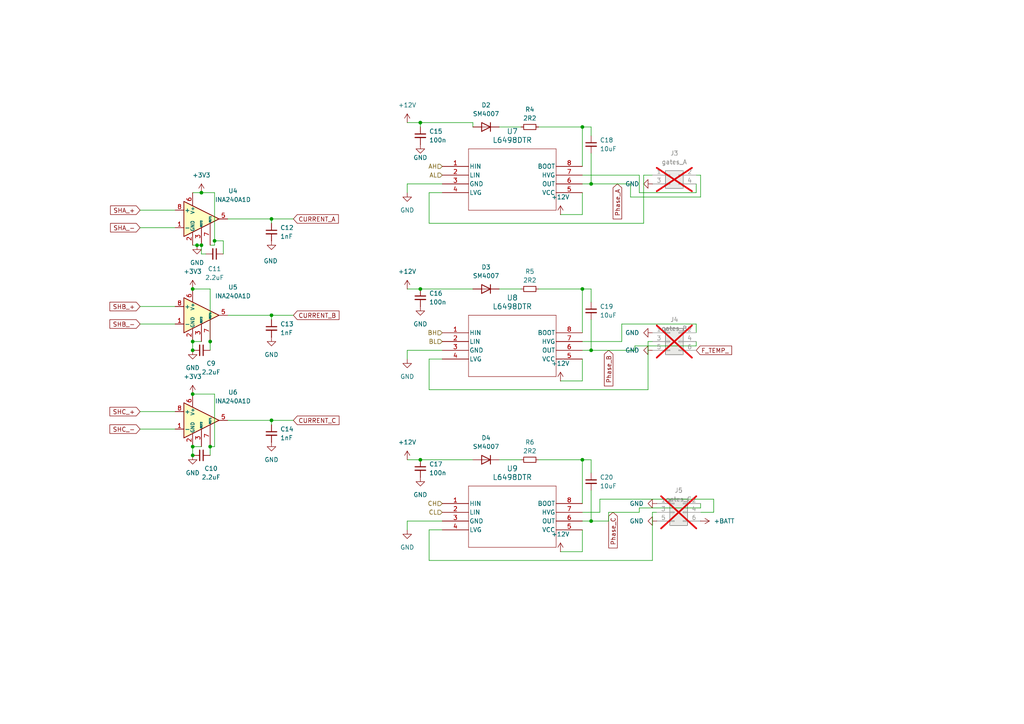
<source format=kicad_sch>
(kicad_sch (version 20231120) (generator "eeschema") (generator_version "8.0")
  (paper "A4")
  (lib_symbols
    (symbol "2024-07-24_06-31-23:L6498DTR" (pin_names (offset 0.254))
      (property "Reference" "U" (at 20.32 10.16 0))
      (property "Value" "L6498DTR" (at 20.32 7.62 0))
      (symbol "L6498DTR_0_1"
        (polyline (pts (xy 7.62 -12.7) (xy 33.02 -12.7)) (stroke (width 0.127)))
        (polyline (pts (xy 7.62 5.08) (xy 7.62 -12.7)) (stroke (width 0.127)))
        (polyline (pts (xy 33.02 -12.7) (xy 33.02 5.08)) (stroke (width 0.127)))
        (polyline (pts (xy 33.02 5.08) (xy 7.62 5.08)) (stroke (width 0.127)))
        (pin input line (at 0 0 0) (length 7.62) (name "HIN") (number "1"))
        (pin input line (at 0 -2.54 0) (length 7.62) (name "LIN") (number "2"))
        (pin power_out line (at 0 -5.08 0) (length 7.62) (name "GND") (number "3"))
        (pin output line (at 0 -7.62 0) (length 7.62) (name "LVG") (number "4"))
        (pin power_in line (at 40.64 -7.62 180) (length 7.62) (name "VCC") (number "5"))
        (pin output line (at 40.64 -5.08 180) (length 7.62) (name "OUT") (number "6"))
        (pin output line (at 40.64 -2.54 180) (length 7.62) (name "HVG") (number "7"))
        (pin power_in line (at 40.64 0 180) (length 7.62) (name "BOOT") (number "8"))
      )
    )
    (symbol "Amplifier_Current:INA240A1D" (pin_names (offset 0.127))
      (property "Reference" "U" (at 3.81 3.81 0))
      (property "Value" "INA240A1D" (at 3.81 -2.54 0))
      (symbol "INA240A1D_0_1"
        (polyline (pts (xy 5.08 0) (xy -5.08 5.08) (xy -5.08 -5.08) (xy 5.08 0)) (stroke (width 0.254)) (fill (type background)))
      )
      (symbol "INA240A1D_1_1"
        (pin input line (at -7.62 -2.54 0) (length 2.54) (name "-") (number "1"))
        (pin power_in line (at -2.54 -7.62 90) (length 3.81) (name "GND") (number "2"))
        (pin passive line (at 0 -7.62 90) (length 5.08) (name "REF2") (number "3"))
        (pin passive line (at -2.54 -7.62 90) (length 3.81) hide (name "GND") (number "4"))
        (pin output line (at 7.62 0 180) (length 2.54) (name "~") (number "5"))
        (pin power_in line (at -2.54 7.62 270) (length 3.81) (name "V+") (number "6"))
        (pin passive line (at 2.54 -7.62 90) (length 6.35) (name "REF1") (number "7"))
        (pin input line (at -7.62 2.54 0) (length 2.54) (name "+") (number "8"))
      )
    )
    (symbol "Connector_Generic:Conn_02x02_Odd_Even" (pin_names (offset 1.016) hide)
      (property "Reference" "J" (at 1.27 2.54 0))
      (property "Value" "Conn_02x02_Odd_Even" (at 1.27 -5.08 0))
      (symbol "Conn_02x02_Odd_Even_1_1"
        (rectangle (start -1.27 -2.413) (end 0 -2.667) (stroke (width 0.1524)))
        (rectangle (start -1.27 0.127) (end 0 -0.127) (stroke (width 0.1524)))
        (rectangle (start -1.27 1.27) (end 3.81 -3.81) (stroke (width 0.254)) (fill (type background)))
        (rectangle (start 3.81 -2.413) (end 2.54 -2.667) (stroke (width 0.1524)))
        (rectangle (start 3.81 0.127) (end 2.54 -0.127) (stroke (width 0.1524)))
        (pin passive line (at -5.08 0 0) (length 3.81) (name "Pin_1") (number "1"))
        (pin passive line (at 7.62 0 180) (length 3.81) (name "Pin_2") (number "2"))
        (pin passive line (at -5.08 -2.54 0) (length 3.81) (name "Pin_3") (number "3"))
        (pin passive line (at 7.62 -2.54 180) (length 3.81) (name "Pin_4") (number "4"))
      )
    )
    (symbol "Connector_Generic:Conn_02x03_Odd_Even" (pin_names (offset 1.016) hide)
      (property "Reference" "J" (at 1.27 5.08 0))
      (property "Value" "Conn_02x03_Odd_Even" (at 1.27 -5.08 0))
      (symbol "Conn_02x03_Odd_Even_1_1"
        (rectangle (start -1.27 -2.413) (end 0 -2.667) (stroke (width 0.1524)))
        (rectangle (start -1.27 0.127) (end 0 -0.127) (stroke (width 0.1524)))
        (rectangle (start -1.27 2.667) (end 0 2.413) (stroke (width 0.1524)))
        (rectangle (start -1.27 3.81) (end 3.81 -3.81) (stroke (width 0.254)) (fill (type background)))
        (rectangle (start 3.81 -2.413) (end 2.54 -2.667) (stroke (width 0.1524)))
        (rectangle (start 3.81 0.127) (end 2.54 -0.127) (stroke (width 0.1524)))
        (rectangle (start 3.81 2.667) (end 2.54 2.413) (stroke (width 0.1524)))
        (pin passive line (at -5.08 2.54 0) (length 3.81) (name "Pin_1") (number "1"))
        (pin passive line (at 7.62 2.54 180) (length 3.81) (name "Pin_2") (number "2"))
        (pin passive line (at -5.08 0 0) (length 3.81) (name "Pin_3") (number "3"))
        (pin passive line (at 7.62 0 180) (length 3.81) (name "Pin_4") (number "4"))
        (pin passive line (at -5.08 -2.54 0) (length 3.81) (name "Pin_5") (number "5"))
        (pin passive line (at 7.62 -2.54 180) (length 3.81) (name "Pin_6") (number "6"))
      )
    )
    (symbol "Device:C_Small" (pin_numbers hide) (pin_names (offset 0.254) hide)
      (property "Reference" "C" (at 0.254 1.778 0))
      (property "Value" "C_Small" (at 0.254 -2.032 0))
      (symbol "C_Small_0_1"
        (polyline (pts (xy -1.524 -0.508) (xy 1.524 -0.508)) (stroke (width 0.3302)))
        (polyline (pts (xy -1.524 0.508) (xy 1.524 0.508)) (stroke (width 0.3048)))
      )
      (symbol "C_Small_1_1"
        (pin passive line (at 0 2.54 270) (length 2.032) (name "~") (number "1"))
        (pin passive line (at 0 -2.54 90) (length 2.032) (name "~") (number "2"))
      )
    )
    (symbol "Device:R_Small" (pin_numbers hide) (pin_names (offset 0.254) hide)
      (property "Reference" "R" (at 0.762 0.508 0))
      (property "Value" "R_Small" (at 0.762 -1.016 0))
      (symbol "R_Small_0_1"
        (rectangle (start -0.762 1.778) (end 0.762 -1.778) (stroke (width 0.2032)))
      )
      (symbol "R_Small_1_1"
        (pin passive line (at 0 2.54 270) (length 0.762) (name "~") (number "1"))
        (pin passive line (at 0 -2.54 90) (length 0.762) (name "~") (number "2"))
      )
    )
    (symbol "Diode:SM4007" (pin_numbers hide) (pin_names hide)
      (property "Reference" "D" (at 0 2.54 0))
      (property "Value" "SM4007" (at 0 -2.54 0))
      (symbol "SM4007_0_1"
        (polyline (pts (xy -1.27 1.27) (xy -1.27 -1.27)) (stroke (width 0.254)))
        (polyline (pts (xy 1.27 0) (xy -1.27 0)))
        (polyline (pts (xy 1.27 1.27) (xy 1.27 -1.27) (xy -1.27 0) (xy 1.27 1.27)) (stroke (width 0.254)))
      )
      (symbol "SM4007_1_1"
        (pin passive line (at -3.81 0 0) (length 2.54) (name "K") (number "1"))
        (pin passive line (at 3.81 0 180) (length 2.54) (name "A") (number "2"))
      )
    )
    (symbol "power:+12V" (power) (pin_numbers hide) (pin_names (offset 0) hide)
      (property "Value" "+12V" (at 0 3.556 0))
      (symbol "+12V_0_1"
        (polyline (pts (xy -0.762 1.27) (xy 0 2.54)))
        (polyline (pts (xy 0 0) (xy 0 2.54)))
        (polyline (pts (xy 0 2.54) (xy 0.762 1.27)))
      )
      (symbol "+12V_1_1"
        (pin power_in line (at 0 0 90) (length 0) (name "~") (number "1"))
      )
    )
    (symbol "power:+3V3" (power) (pin_numbers hide) (pin_names (offset 0) hide)
      (property "Value" "+3V3" (at 0 3.556 0))
      (symbol "+3V3_0_1"
        (polyline (pts (xy -0.762 1.27) (xy 0 2.54)))
        (polyline (pts (xy 0 0) (xy 0 2.54)))
        (polyline (pts (xy 0 2.54) (xy 0.762 1.27)))
      )
      (symbol "+3V3_1_1"
        (pin power_in line (at 0 0 90) (length 0) (name "~") (number "1"))
      )
    )
    (symbol "power:+BATT" (power) (pin_numbers hide) (pin_names (offset 0) hide)
      (property "Value" "+BATT" (at 0 3.556 0))
      (symbol "+BATT_0_1"
        (polyline (pts (xy -0.762 1.27) (xy 0 2.54)))
        (polyline (pts (xy 0 0) (xy 0 2.54)))
        (polyline (pts (xy 0 2.54) (xy 0.762 1.27)))
      )
      (symbol "+BATT_1_1"
        (pin power_in line (at 0 0 90) (length 0) (name "~") (number "1"))
      )
    )
    (symbol "power:GND" (power) (pin_numbers hide) (pin_names (offset 0) hide)
      (property "Value" "GND" (at 0 -3.81 0))
      (symbol "GND_0_1"
        (polyline (pts (xy 0 0) (xy 0 -1.27) (xy 1.27 -1.27) (xy 0 -2.54) (xy -1.27 -1.27) (xy 0 -1.27)))
      )
      (symbol "GND_1_1"
        (pin power_in line (at 0 0 270) (length 0) (name "~") (number "1"))
      )
    )
  )
  (junction (at 55.88 114.3))
  (junction (at 171.45 53.34))
  (junction (at 78.74 121.92))
  (junction (at 58.42 55.88))
  (junction (at 55.88 99.06))
  (junction (at 121.92 83.82))
  (junction (at 60.96 129.54))
  (junction (at 78.74 91.44))
  (junction (at 168.91 83.82))
  (junction (at 57.15 71.12))
  (junction (at 121.92 133.35))
  (junction (at 58.42 71.12))
  (junction (at 78.74 63.5))
  (junction (at 60.96 99.06))
  (junction (at 168.91 36.83))
  (junction (at 171.45 101.6))
  (junction (at 55.88 83.82))
  (junction (at 55.88 132.08))
  (junction (at 55.88 129.54))
  (junction (at 55.88 101.6))
  (junction (at 62.23 69.85))
  (junction (at 168.91 133.35))
  (junction (at 171.45 151.13))
  (junction (at 121.92 35.56))
  (wire (pts (xy 124.46 55.88) (xy 128.27 55.88)))
  (wire (pts (xy 186.69 50.8) (xy 186.69 64.77)))
  (wire (pts (xy 78.74 121.92) (xy 85.09 121.92)))
  (wire (pts (xy 185.42 147.32) (xy 203.2 147.32)))
  (wire (pts (xy 60.96 83.82) (xy 55.88 83.82)))
  (wire (pts (xy 124.46 162.56) (xy 189.23 162.56)))
  (wire (pts (xy 189.23 50.8) (xy 186.69 50.8)))
  (wire (pts (xy 185.42 50.8) (xy 185.42 55.88)))
  (wire (pts (xy 78.74 63.5) (xy 78.74 64.77)))
  (wire (pts (xy 78.74 63.5) (xy 85.09 63.5)))
  (wire (pts (xy 190.5 148.59) (xy 189.23 148.59)))
  (wire (pts (xy 176.53 148.59) (xy 185.42 148.59)))
  (wire (pts (xy 118.11 83.82) (xy 121.92 83.82)))
  (wire (pts (xy 171.45 36.83) (xy 171.45 39.37)))
  (wire (pts (xy 55.88 114.3) (xy 62.23 114.3)))
  (wire (pts (xy 62.23 69.85) (xy 62.23 71.12)))
  (wire (pts (xy 55.88 99.06) (xy 55.88 101.6)))
  (wire (pts (xy 121.92 83.82) (xy 137.16 83.82)))
  (wire (pts (xy 156.21 83.82) (xy 168.91 83.82)))
  (wire (pts (xy 201.93 100.33) (xy 201.93 99.06)))
  (wire (pts (xy 185.42 55.88) (xy 201.93 55.88)))
  (wire (pts (xy 168.91 50.8) (xy 185.42 50.8)))
  (wire (pts (xy 171.45 53.34) (xy 182.88 53.34)))
  (wire (pts (xy 62.23 71.12) (xy 60.96 71.12)))
  (wire (pts (xy 124.46 64.77) (xy 186.69 64.77)))
  (wire (pts (xy 189.23 99.06) (xy 187.96 99.06)))
  (wire (pts (xy 168.91 99.06) (xy 180.34 99.06)))
  (wire (pts (xy 168.91 55.88) (xy 168.91 62.23)))
  (wire (pts (xy 62.23 129.54) (xy 60.96 129.54)))
  (wire (pts (xy 168.91 148.59) (xy 173.99 148.59)))
  (wire (pts (xy 55.88 129.54) (xy 58.42 129.54)))
  (wire (pts (xy 173.99 144.78) (xy 173.99 148.59)))
  (wire (pts (xy 55.88 71.12) (xy 57.15 71.12)))
  (wire (pts (xy 64.77 69.85) (xy 64.77 73.66)))
  (wire (pts (xy 184.15 100.33) (xy 201.93 100.33)))
  (wire (pts (xy 168.91 110.49) (xy 162.56 110.49)))
  (wire (pts (xy 66.04 63.5) (xy 78.74 63.5)))
  (wire (pts (xy 118.11 53.34) (xy 118.11 55.88)))
  (wire (pts (xy 40.64 88.9) (xy 50.8 88.9)))
  (wire (pts (xy 168.91 83.82) (xy 171.45 83.82)))
  (wire (pts (xy 176.53 151.13) (xy 171.45 151.13)))
  (wire (pts (xy 118.11 101.6) (xy 118.11 104.14)))
  (wire (pts (xy 62.23 69.85) (xy 64.77 69.85)))
  (wire (pts (xy 78.74 91.44) (xy 85.09 91.44)))
  (wire (pts (xy 137.16 35.56) (xy 137.16 36.83)))
  (wire (pts (xy 144.78 133.35) (xy 151.13 133.35)))
  (wire (pts (xy 168.91 151.13) (xy 171.45 151.13)))
  (wire (pts (xy 189.23 148.59) (xy 189.23 162.56)))
  (wire (pts (xy 57.15 71.12) (xy 58.42 71.12)))
  (wire (pts (xy 171.45 133.35) (xy 171.45 137.16)))
  (wire (pts (xy 124.46 113.03) (xy 187.96 113.03)))
  (wire (pts (xy 168.91 153.67) (xy 168.91 160.02)))
  (wire (pts (xy 40.64 124.46) (xy 50.8 124.46)))
  (wire (pts (xy 176.53 151.13) (xy 176.53 148.59)))
  (wire (pts (xy 168.91 36.83) (xy 171.45 36.83)))
  (wire (pts (xy 168.91 133.35) (xy 168.91 146.05)))
  (wire (pts (xy 118.11 151.13) (xy 118.11 153.67)))
  (wire (pts (xy 168.91 160.02) (xy 162.56 160.02)))
  (wire (pts (xy 201.93 93.98) (xy 201.93 96.52)))
  (wire (pts (xy 203.2 57.15) (xy 182.88 57.15)))
  (wire (pts (xy 207.01 144.78) (xy 173.99 144.78)))
  (wire (pts (xy 78.74 91.44) (xy 78.74 92.71)))
  (wire (pts (xy 185.42 148.59) (xy 185.42 147.32)))
  (wire (pts (xy 60.96 99.06) (xy 60.96 83.82)))
  (wire (pts (xy 121.92 35.56) (xy 121.92 36.83)))
  (wire (pts (xy 124.46 153.67) (xy 128.27 153.67)))
  (wire (pts (xy 168.91 133.35) (xy 171.45 133.35)))
  (wire (pts (xy 201.93 55.88) (xy 201.93 53.34)))
  (wire (pts (xy 187.96 99.06) (xy 187.96 113.03)))
  (wire (pts (xy 156.21 36.83) (xy 168.91 36.83)))
  (wire (pts (xy 168.91 62.23) (xy 162.56 62.23)))
  (wire (pts (xy 124.46 104.14) (xy 128.27 104.14)))
  (wire (pts (xy 118.11 133.35) (xy 121.92 133.35)))
  (wire (pts (xy 60.96 99.06) (xy 60.96 101.6)))
  (wire (pts (xy 207.01 148.59) (xy 207.01 144.78)))
  (wire (pts (xy 182.88 53.34) (xy 182.88 57.15)))
  (wire (pts (xy 121.92 35.56) (xy 137.16 35.56)))
  (wire (pts (xy 40.64 66.04) (xy 50.8 66.04)))
  (wire (pts (xy 180.34 93.98) (xy 201.93 93.98)))
  (wire (pts (xy 55.88 129.54) (xy 55.88 132.08)))
  (wire (pts (xy 184.15 101.6) (xy 184.15 100.33)))
  (wire (pts (xy 144.78 83.82) (xy 151.13 83.82)))
  (wire (pts (xy 60.96 129.54) (xy 60.96 132.08)))
  (wire (pts (xy 184.15 101.6) (xy 171.45 101.6)))
  (wire (pts (xy 121.92 133.35) (xy 137.16 133.35)))
  (wire (pts (xy 201.93 50.8) (xy 203.2 50.8)))
  (wire (pts (xy 58.42 71.12) (xy 58.42 73.66)))
  (wire (pts (xy 168.91 53.34) (xy 171.45 53.34)))
  (wire (pts (xy 168.91 101.6) (xy 171.45 101.6)))
  (wire (pts (xy 40.64 93.98) (xy 50.8 93.98)))
  (wire (pts (xy 168.91 36.83) (xy 168.91 48.26)))
  (wire (pts (xy 55.88 99.06) (xy 58.42 99.06)))
  (wire (pts (xy 78.74 121.92) (xy 78.74 123.19)))
  (wire (pts (xy 40.64 60.96) (xy 50.8 60.96)))
  (wire (pts (xy 118.11 35.56) (xy 121.92 35.56)))
  (wire (pts (xy 171.45 142.24) (xy 171.45 151.13)))
  (wire (pts (xy 203.2 148.59) (xy 207.01 148.59)))
  (wire (pts (xy 171.45 83.82) (xy 171.45 87.63)))
  (wire (pts (xy 168.91 83.82) (xy 168.91 96.52)))
  (wire (pts (xy 128.27 53.34) (xy 118.11 53.34)))
  (wire (pts (xy 62.23 55.88) (xy 58.42 55.88)))
  (wire (pts (xy 171.45 44.45) (xy 171.45 53.34)))
  (wire (pts (xy 156.21 133.35) (xy 168.91 133.35)))
  (wire (pts (xy 128.27 101.6) (xy 118.11 101.6)))
  (wire (pts (xy 203.2 50.8) (xy 203.2 57.15)))
  (wire (pts (xy 180.34 93.98) (xy 180.34 99.06)))
  (wire (pts (xy 128.27 151.13) (xy 118.11 151.13)))
  (wire (pts (xy 62.23 55.88) (xy 62.23 69.85)))
  (wire (pts (xy 58.42 73.66) (xy 59.69 73.66)))
  (wire (pts (xy 124.46 104.14) (xy 124.46 113.03)))
  (wire (pts (xy 124.46 162.56) (xy 124.46 153.67)))
  (wire (pts (xy 58.42 55.88) (xy 55.88 55.88)))
  (wire (pts (xy 62.23 114.3) (xy 62.23 129.54)))
  (wire (pts (xy 40.64 119.38) (xy 50.8 119.38)))
  (wire (pts (xy 124.46 64.77) (xy 124.46 55.88)))
  (wire (pts (xy 144.78 36.83) (xy 151.13 36.83)))
  (wire (pts (xy 168.91 104.14) (xy 168.91 110.49)))
  (wire (pts (xy 203.2 147.32) (xy 203.2 146.05)))
  (wire (pts (xy 66.04 121.92) (xy 78.74 121.92)))
  (wire (pts (xy 66.04 91.44) (xy 78.74 91.44)))
  (wire (pts (xy 171.45 92.71) (xy 171.45 101.6)))
  (global_label "CURRENT_A" (shape input) (at 85.09 63.5 0) (property "Intersheetrefs" "${INTERSHEET_REFS}" (effects (hide yes))))
  (global_label "CURRENT_C" (shape input) (at 85.09 121.92 0) (property "Intersheetrefs" "${INTERSHEET_REFS}" (effects (hide yes))))
  (global_label "SHC_+" (shape input) (at 40.64 119.38 180) (property "Intersheetrefs" "${INTERSHEET_REFS}" (effects (hide yes))))
  (global_label "Phase_B" (shape input) (at 176.53 101.6 270) (property "Intersheetrefs" "${INTERSHEET_REFS}" (effects (hide yes))))
  (global_label "SHB_-" (shape input) (at 40.64 93.98 180) (property "Intersheetrefs" "${INTERSHEET_REFS}" (effects (hide yes))))
  (global_label "SHC_-" (shape input) (at 40.64 124.46 180) (property "Intersheetrefs" "${INTERSHEET_REFS}" (effects (hide yes))))
  (global_label "CURRENT_B" (shape input) (at 85.09 91.44 0) (property "Intersheetrefs" "${INTERSHEET_REFS}" (effects (hide yes))))
  (global_label "SHA_-" (shape input) (at 40.64 66.04 180) (property "Intersheetrefs" "${INTERSHEET_REFS}" (effects (hide yes))))
  (global_label "SHA_+" (shape input) (at 40.64 60.96 180) (property "Intersheetrefs" "${INTERSHEET_REFS}" (effects (hide yes))))
  (global_label "Phase_A" (shape input) (at 179.07 53.34 270) (property "Intersheetrefs" "${INTERSHEET_REFS}" (effects (hide yes))))
  (global_label "Phase_C" (shape input) (at 177.8 148.59 270) (property "Intersheetrefs" "${INTERSHEET_REFS}" (effects (hide yes))))
  (global_label "SHB_+" (shape input) (at 40.64 88.9 180) (property "Intersheetrefs" "${INTERSHEET_REFS}" (effects (hide yes))))
  (global_label "F_TEMP_" (shape input) (at 201.93 101.6 0) (property "Intersheetrefs" "${INTERSHEET_REFS}" (effects (hide yes))))
  (hierarchical_label "CL" (shape input) (at 128.27 148.59 180))
  (hierarchical_label "CH" (shape input) (at 128.27 146.05 180))
  (hierarchical_label "AH" (shape input) (at 128.27 48.26 180))
  (hierarchical_label "BL" (shape input) (at 128.27 99.06 180))
  (hierarchical_label "BH" (shape input) (at 128.27 96.52 180))
  (hierarchical_label "AL" (shape input) (at 128.27 50.8 180))
  (symbol (lib_id "power:GND") (at 78.74 97.79 0) (unit 1)
    (property "Reference" "#PWR023" (effects (hide yes)))
    (property "Value" "GND" (at 78.74 102.87 0))
    (property "Description" "Power symbol creates a global label with name \"GND\" , ground" (effects (hide yes)))
  )
  (symbol (lib_id "Device:C_Small") (at 121.92 39.37 0) (unit 1)
    (property "Reference" "C15" (at 124.46 38.1062 0) (effects (justify left)))
    (property "Value" "100n" (at 124.46 40.6462 0) (effects (justify left)))
    (property "Footprint" "Capacitor_SMD:C_0603_1608Metric" (effects (hide yes)))
    (property "Description" "Unpolarized capacitor, small symbol" (effects (hide yes)))
    (property "LCSC" "C14663" (effects (hide yes)))
  )
  (symbol (lib_id "power:+12V") (at 162.56 160.02 0) (unit 1)
    (property "Reference" "#PWR036" (effects (hide yes)))
    (property "Value" "+12V" (at 162.56 154.94 0))
    (property "Description" "Power symbol creates a global label with name \"+12V\"" (effects (hide yes)))
  )
  (symbol (lib_id "power:+3V3") (at 55.88 114.3 0) (unit 1)
    (property "Reference" "#PWR018" (effects (hide yes)))
    (property "Value" "+3V3" (at 55.88 109.22 0))
    (property "Description" "Power symbol creates a global label with name \"+3V3\"" (effects (hide yes)))
  )
  (symbol (lib_id "power:GND") (at 190.5 151.13 270) (unit 1)
    (property "Reference" "#PWR042" (effects (hide yes)))
    (property "Value" "GND" (at 186.69 151.1299 90) (effects (justify right)))
    (property "Description" "Power symbol creates a global label with name \"GND\" , ground" (effects (hide yes)))
  )
  (symbol (lib_id "power:GND") (at 121.92 138.43 0) (unit 1)
    (property "Reference" "#PWR033" (effects (hide yes)))
    (property "Value" "GND" (at 121.92 143.51 0))
    (property "Description" "Power symbol creates a global label with name \"GND\" , ground" (effects (hide yes)))
  )
  (symbol (lib_id "Device:C_Small") (at 121.92 86.36 0) (unit 1)
    (property "Reference" "C16" (at 124.46 85.0962 0) (effects (justify left)))
    (property "Value" "100n" (at 124.46 87.6362 0) (effects (justify left)))
    (property "Footprint" "Capacitor_SMD:C_0603_1608Metric" (effects (hide yes)))
    (property "Description" "Unpolarized capacitor, small symbol" (effects (hide yes)))
    (property "LCSC" " C14663" (effects (hide yes)))
  )
  (symbol (lib_id "Device:C_Small") (at 171.45 41.91 0) (unit 1)
    (property "Reference" "C18" (at 173.99 40.6462 0) (effects (justify left)))
    (property "Value" "10uF" (at 173.99 43.1862 0) (effects (justify left)))
    (property "Footprint" "Capacitor_SMD:C_0603_1608Metric" (effects (hide yes)))
    (property "Description" "Unpolarized capacitor, small symbol" (effects (hide yes)))
    (property "LCSC" "C96446" (effects (hide yes)))
  )
  (symbol (lib_id "Device:R_Small") (at 153.67 36.83 90) (unit 1)
    (property "Reference" "R4" (at 153.67 31.75 90))
    (property "Value" "2R2" (at 153.67 34.29 90))
    (property "Footprint" "Resistor_SMD:R_0603_1608Metric" (effects (hide yes)))
    (property "Description" "Resistor, small symbol" (effects (hide yes)))
    (property "LCSC" " C22939" (effects (hide yes)))
  )
  (symbol (lib_id "Connector_Generic:Conn_02x02_Odd_Even") (at 194.31 50.8 0) (unit 1) (dnp yes)
    (property "Reference" "J3" (at 195.58 44.45 0))
    (property "Value" "gates_A" (at 195.58 46.99 0))
    (property "Footprint" "Connector_PinHeader_2.00mm:PinHeader_2x02_P2.00mm_Vertical_SMD" (effects (hide yes)))
    (property "Description" "Generic connector, double row, 02x02, odd/even pin numbering scheme (row 1 odd numbers, row 2 even numbers), script generated (kicad-library-utils/schlib/autogen/connector/)" (effects (hide yes)))
  )
  (symbol (lib_id "Device:R_Small") (at 153.67 133.35 90) (unit 1)
    (property "Reference" "R6" (at 153.67 128.27 90))
    (property "Value" "2R2" (at 153.67 130.81 90))
    (property "Footprint" "Resistor_SMD:R_0603_1608Metric" (effects (hide yes)))
    (property "Description" "Resistor, small symbol" (effects (hide yes)))
    (property "LCSC" " C22939" (effects (hide yes)))
  )
  (symbol (lib_id "Connector_Generic:Conn_02x03_Odd_Even") (at 195.58 148.59 0) (unit 1) (dnp yes)
    (property "Reference" "J5" (at 196.85 142.24 0))
    (property "Value" "gates_C" (at 196.85 144.78 0))
    (property "Footprint" "Connector_PinSocket_2.00mm:PinSocket_2x03_P2.00mm_Vertical_SMD" (effects (hide yes)))
    (property "Description" "Generic connector, double row, 02x03, odd/even pin numbering scheme (row 1 odd numbers, row 2 even numbers), script generated (kicad-library-utils/schlib/autogen/connector/)" (effects (hide yes)))
  )
  (symbol (lib_id "2024-07-24_06-31-23:L6498DTR") (at 128.27 96.52 0) (unit 1)
    (property "Reference" "U8" (at 148.59 86.36 0) (effects (font (size 1.524 1.524))))
    (property "Value" "L6498DTR" (at 148.59 88.9 0) (effects (font (size 1.524 1.524))))
    (property "Footprint" "lcsc:SOIC-8_L4.9-W3.9-P1.27-LS6.0-BL" (effects (hide yes)))
    (property "Datasheet" "L6498DTR" (effects (hide yes)))
    (property "LCSC" "C500658" (effects (hide yes)))
  )
  (symbol (lib_id "Device:C_Small") (at 78.74 95.25 0) (unit 1)
    (property "Reference" "C13" (at 81.28 93.9862 0) (effects (justify left)))
    (property "Value" "1nF" (at 81.28 96.5262 0) (effects (justify left)))
    (property "Footprint" "Capacitor_SMD:C_0603_1608Metric" (effects (hide yes)))
    (property "Description" "Unpolarized capacitor, small symbol" (effects (hide yes)))
    (property "LCSC" " C1588" (effects (hide yes)))
  )
  (symbol (lib_id "Device:C_Small") (at 78.74 67.31 0) (unit 1)
    (property "Reference" "C12" (at 81.28 66.0462 0) (effects (justify left)))
    (property "Value" "1nF" (at 81.28 68.5862 0) (effects (justify left)))
    (property "Footprint" "Capacitor_SMD:C_0603_1608Metric" (effects (hide yes)))
    (property "Description" "Unpolarized capacitor, small symbol" (effects (hide yes)))
    (property "LCSC" " C1588" (effects (hide yes)))
  )
  (symbol (lib_id "Device:C_Small") (at 171.45 139.7 0) (unit 1)
    (property "Reference" "C20" (at 173.99 138.4362 0) (effects (justify left)))
    (property "Value" "10uF" (at 173.99 140.9762 0) (effects (justify left)))
    (property "Footprint" "Capacitor_SMD:C_0603_1608Metric" (effects (hide yes)))
    (property "Description" "Unpolarized capacitor, small symbol" (effects (hide yes)))
    (property "LCSC" "C96446" (effects (hide yes)))
  )
  (symbol (lib_id "power:GND") (at 118.11 55.88 0) (unit 1)
    (property "Reference" "#PWR026" (effects (hide yes)))
    (property "Value" "GND" (at 118.11 60.96 0))
    (property "Description" "Power symbol creates a global label with name \"GND\" , ground" (effects (hide yes)))
  )
  (symbol (lib_id "power:GND") (at 189.23 53.34 270) (unit 1)
    (property "Reference" "#PWR039" (effects (hide yes)))
    (property "Value" "GND" (at 185.42 53.3399 90) (effects (justify right)))
    (property "Description" "Power symbol creates a global label with name \"GND\" , ground" (effects (hide yes)))
  )
  (symbol (lib_id "power:+12V") (at 162.56 62.23 0) (unit 1)
    (property "Reference" "#PWR034" (effects (hide yes)))
    (property "Value" "+12V" (at 162.56 57.15 0))
    (property "Description" "Power symbol creates a global label with name \"+12V\"" (effects (hide yes)))
  )
  (symbol (lib_id "power:+3V3") (at 58.42 55.88 0) (unit 1)
    (property "Reference" "#PWR021" (effects (hide yes)))
    (property "Value" "+3V3" (at 58.42 50.8 0))
    (property "Description" "Power symbol creates a global label with name \"+3V3\"" (effects (hide yes)))
  )
  (symbol (lib_id "power:GND") (at 55.88 101.6 0) (unit 1)
    (property "Reference" "#PWR017" (effects (hide yes)))
    (property "Value" "GND" (at 55.88 106.68 0))
    (property "Description" "Power symbol creates a global label with name \"GND\" , ground" (effects (hide yes)))
  )
  (symbol (lib_id "Connector_Generic:Conn_02x03_Odd_Even") (at 194.31 99.06 0) (unit 1) (dnp yes)
    (property "Reference" "J4" (at 195.58 92.71 0))
    (property "Value" "gates_B" (at 195.58 95.25 0))
    (property "Footprint" "Connector_PinSocket_2.00mm:PinSocket_2x03_P2.00mm_Vertical_SMD" (effects (hide yes)))
    (property "Description" "Generic connector, double row, 02x03, odd/even pin numbering scheme (row 1 odd numbers, row 2 even numbers), script generated (kicad-library-utils/schlib/autogen/connector/)" (effects (hide yes)))
  )
  (symbol (lib_id "power:GND") (at 189.23 96.52 270) (unit 1)
    (property "Reference" "#PWR040" (effects (hide yes)))
    (property "Value" "GND" (at 185.42 96.5199 90) (effects (justify right)))
    (property "Description" "Power symbol creates a global label with name \"GND\" , ground" (effects (hide yes)))
  )
  (symbol (lib_id "Amplifier_Current:INA240A1D") (at 58.42 121.92 0) (unit 1)
    (property "Reference" "U6" (at 67.564 113.792 0))
    (property "Value" "INA240A1D" (at 67.564 116.332 0))
    (property "Footprint" "Package_SO:SOIC-8_3.9x4.9mm_P1.27mm" (effects (hide yes)))
    (property "Datasheet" "http://www.ti.com/lit/ds/symlink/ina240.pdf" (effects (hide yes)))
    (property "Description" "High- and Low-Side, Bidirectional, Zero-Drift, Current-Sense Amplifier With Enhanced PWM Rejection, 20V/V, SOIC-8" (effects (hide yes)))
    (property "LCSC" "C2060769" (effects (hide yes)))
  )
  (symbol (lib_id "Device:C_Small") (at 62.23 73.66 270) (unit 1)
    (property "Reference" "C11" (at 62.23 77.978 90))
    (property "Value" "2.2uF" (at 62.23 80.518 90))
    (property "Footprint" "Capacitor_SMD:C_0603_1608Metric" (effects (hide yes)))
    (property "Description" "Unpolarized capacitor, small symbol" (effects (hide yes)))
    (property "LCSC" "C23630" (effects (hide yes)))
  )
  (symbol (lib_id "power:+12V") (at 118.11 133.35 0) (unit 1)
    (property "Reference" "#PWR029" (effects (hide yes)))
    (property "Value" "+12V" (at 118.11 128.27 0))
    (property "Description" "Power symbol creates a global label with name \"+12V\"" (effects (hide yes)))
  )
  (symbol (lib_id "power:GND") (at 118.11 104.14 0) (unit 1)
    (property "Reference" "#PWR028" (effects (hide yes)))
    (property "Value" "GND" (at 118.11 109.22 0))
    (property "Description" "Power symbol creates a global label with name \"GND\" , ground" (effects (hide yes)))
  )
  (symbol (lib_id "power:GND") (at 118.11 153.67 0) (unit 1)
    (property "Reference" "#PWR030" (effects (hide yes)))
    (property "Value" "GND" (at 118.11 158.75 0))
    (property "Description" "Power symbol creates a global label with name \"GND\" , ground" (effects (hide yes)))
  )
  (symbol (lib_id "power:GND") (at 57.15 71.12 0) (unit 1)
    (property "Reference" "#PWR020" (effects (hide yes)))
    (property "Value" "GND" (at 57.15 76.2 0))
    (property "Description" "Power symbol creates a global label with name \"GND\" , ground" (effects (hide yes)))
  )
  (symbol (lib_id "Amplifier_Current:INA240A1D") (at 58.42 63.5 0) (unit 1)
    (property "Reference" "U4" (at 67.564 55.372 0))
    (property "Value" "INA240A1D" (at 67.564 57.912 0))
    (property "Footprint" "Package_SO:SOIC-8_3.9x4.9mm_P1.27mm" (effects (hide yes)))
    (property "Datasheet" "http://www.ti.com/lit/ds/symlink/ina240.pdf" (effects (hide yes)))
    (property "Description" "High- and Low-Side, Bidirectional, Zero-Drift, Current-Sense Amplifier With Enhanced PWM Rejection, 20V/V, SOIC-8" (effects (hide yes)))
    (property "LCSC" "C2060769" (effects (hide yes)))
  )
  (symbol (lib_id "2024-07-24_06-31-23:L6498DTR") (at 128.27 146.05 0) (unit 1)
    (property "Reference" "U9" (at 148.59 135.89 0) (effects (font (size 1.524 1.524))))
    (property "Value" "L6498DTR" (at 148.59 138.43 0) (effects (font (size 1.524 1.524))))
    (property "Footprint" "lcsc:SOIC-8_L4.9-W3.9-P1.27-LS6.0-BL" (effects (hide yes)))
    (property "Datasheet" "L6498DTR" (effects (hide yes)))
    (property "LCSC" "C500658" (effects (hide yes)))
  )
  (symbol (lib_id "power:GND") (at 121.92 41.91 0) (unit 1)
    (property "Reference" "#PWR031" (effects (hide yes)))
    (property "Value" "GND" (at 121.92 45.72 0))
    (property "Description" "Power symbol creates a global label with name \"GND\" , ground" (effects (hide yes)))
  )
  (symbol (lib_id "2024-07-24_06-31-23:L6498DTR") (at 128.27 48.26 0) (unit 1)
    (property "Reference" "U7" (at 148.59 38.1 0) (effects (font (size 1.524 1.524))))
    (property "Value" "L6498DTR" (at 148.59 40.64 0) (effects (font (size 1.524 1.524))))
    (property "Footprint" "lcsc:SOIC-8_L4.9-W3.9-P1.27-LS6.0-BL" (effects (hide yes)))
    (property "Datasheet" "L6498DTR" (effects (hide yes)))
    (property "LCSC" "C500658" (effects (hide yes)))
  )
  (symbol (lib_id "Diode:SM4007") (at 140.97 83.82 180) (unit 1)
    (property "Reference" "D3" (at 140.97 77.47 0))
    (property "Value" "SM4007" (at 140.97 80.01 0))
    (property "Footprint" "Diode_SMD:D_MELF" (effects (hide yes)))
    (property "Datasheet" "http://cdn-reichelt.de/documents/datenblatt/A400/SMD1N400%23DIO.pdf" (effects (hide yes)))
    (property "Description" "1000V 1A General Purpose Rectifier Diode, MELF" (effects (hide yes)))
    (property "Sim.Device" "D" (effects (hide yes)))
    (property "Sim.Pins" "1=K 2=A" (effects (hide yes)))
    (property "LCSC" " C412437" (effects (hide yes)))
  )
  (symbol (lib_id "Device:C_Small") (at 171.45 90.17 0) (unit 1)
    (property "Reference" "C19" (at 173.99 88.9062 0) (effects (justify left)))
    (property "Value" "10uF" (at 173.99 91.4462 0) (effects (justify left)))
    (property "Footprint" "Capacitor_SMD:C_0603_1608Metric" (effects (hide yes)))
    (property "Description" "Unpolarized capacitor, small symbol" (effects (hide yes)))
    (property "LCSC" "C96446" (effects (hide yes)))
  )
  (symbol (lib_id "power:GND") (at 78.74 69.85 0) (unit 1)
    (property "Reference" "#PWR022" (effects (hide yes)))
    (property "Value" "GND" (at 78.486 75.692 0))
    (property "Description" "Power symbol creates a global label with name \"GND\" , ground" (effects (hide yes)))
  )
  (symbol (lib_id "Device:C_Small") (at 78.74 125.73 0) (unit 1)
    (property "Reference" "C14" (at 81.28 124.4662 0) (effects (justify left)))
    (property "Value" "1nF" (at 81.28 127.0062 0) (effects (justify left)))
    (property "Footprint" "Capacitor_SMD:C_0603_1608Metric" (effects (hide yes)))
    (property "Description" "Unpolarized capacitor, small symbol" (effects (hide yes)))
    (property "LCSC" " C1588" (effects (hide yes)))
  )
  (symbol (lib_id "power:GND") (at 78.74 128.27 0) (unit 1)
    (property "Reference" "#PWR024" (effects (hide yes)))
    (property "Value" "GND" (at 78.74 133.35 0))
    (property "Description" "Power symbol creates a global label with name \"GND\" , ground" (effects (hide yes)))
  )
  (symbol (lib_id "Device:C_Small") (at 58.42 101.6 270) (unit 1)
    (property "Reference" "C9" (at 61.214 105.41 90))
    (property "Value" "2.2uF" (at 61.214 107.95 90))
    (property "Footprint" "Capacitor_SMD:C_0603_1608Metric" (effects (hide yes)))
    (property "Description" "Unpolarized capacitor, small symbol" (effects (hide yes)))
    (property "LCSC" "C23630" (effects (hide yes)))
  )
  (symbol (lib_id "Device:C_Small") (at 121.92 135.89 0) (unit 1)
    (property "Reference" "C17" (at 124.46 134.6262 0) (effects (justify left)))
    (property "Value" "100n" (at 124.46 137.1662 0) (effects (justify left)))
    (property "Footprint" "Capacitor_SMD:C_0603_1608Metric" (effects (hide yes)))
    (property "Description" "Unpolarized capacitor, small symbol" (effects (hide yes)))
    (property "LCSC" " C14663" (effects (hide yes)))
  )
  (symbol (lib_id "power:GND") (at 190.5 146.05 270) (unit 1)
    (property "Reference" "#PWR041" (effects (hide yes)))
    (property "Value" "GND" (at 186.69 146.0499 90) (effects (justify right)))
    (property "Description" "Power symbol creates a global label with name \"GND\" , ground" (effects (hide yes)))
  )
  (symbol (lib_id "Diode:SM4007") (at 140.97 133.35 180) (unit 1)
    (property "Reference" "D4" (at 140.97 127 0))
    (property "Value" "SM4007" (at 140.97 129.54 0))
    (property "Footprint" "Diode_SMD:D_MELF" (effects (hide yes)))
    (property "Datasheet" "http://cdn-reichelt.de/documents/datenblatt/A400/SMD1N400%23DIO.pdf" (effects (hide yes)))
    (property "Description" "1000V 1A General Purpose Rectifier Diode, MELF" (effects (hide yes)))
    (property "Sim.Device" "D" (effects (hide yes)))
    (property "Sim.Pins" "1=K 2=A" (effects (hide yes)))
    (property "LCSC" " C412437" (effects (hide yes)))
  )
  (symbol (lib_id "power:GND") (at 189.23 101.6 270) (unit 1)
    (property "Reference" "#PWR037" (effects (hide yes)))
    (property "Value" "GND" (at 185.42 101.5999 90) (effects (justify right)))
    (property "Description" "Power symbol creates a global label with name \"GND\" , ground" (effects (hide yes)))
  )
  (symbol (lib_id "power:+12V") (at 118.11 35.56 0) (unit 1)
    (property "Reference" "#PWR025" (effects (hide yes)))
    (property "Value" "+12V" (at 118.11 30.48 0))
    (property "Description" "Power symbol creates a global label with name \"+12V\"" (effects (hide yes)))
  )
  (symbol (lib_id "Device:C_Small") (at 58.42 132.08 270) (unit 1)
    (property "Reference" "C10" (at 61.214 135.89 90))
    (property "Value" "2.2uF" (at 61.214 138.43 90))
    (property "Footprint" "Capacitor_SMD:C_0603_1608Metric" (effects (hide yes)))
    (property "Description" "Unpolarized capacitor, small symbol" (effects (hide yes)))
    (property "LCSC" "C23630" (effects (hide yes)))
  )
  (symbol (lib_id "power:+12V") (at 162.56 110.49 0) (unit 1)
    (property "Reference" "#PWR035" (effects (hide yes)))
    (property "Value" "+12V" (at 162.56 105.41 0))
    (property "Description" "Power symbol creates a global label with name \"+12V\"" (effects (hide yes)))
  )
  (symbol (lib_id "power:+12V") (at 118.11 83.82 0) (unit 1)
    (property "Reference" "#PWR027" (effects (hide yes)))
    (property "Value" "+12V" (at 118.11 78.74 0))
    (property "Description" "Power symbol creates a global label with name \"+12V\"" (effects (hide yes)))
  )
  (symbol (lib_id "Device:R_Small") (at 153.67 83.82 90) (unit 1)
    (property "Reference" "R5" (at 153.67 78.74 90))
    (property "Value" "2R2" (at 153.67 81.28 90))
    (property "Footprint" "Resistor_SMD:R_0603_1608Metric" (effects (hide yes)))
    (property "Description" "Resistor, small symbol" (effects (hide yes)))
    (property "LCSC" " C22939" (effects (hide yes)))
  )
  (symbol (lib_id "power:+3V3") (at 55.88 83.82 0) (unit 1)
    (property "Reference" "#PWR016" (effects (hide yes)))
    (property "Value" "+3V3" (at 55.88 78.74 0))
    (property "Description" "Power symbol creates a global label with name \"+3V3\"" (effects (hide yes)))
  )
  (symbol (lib_id "Amplifier_Current:INA240A1D") (at 58.42 91.44 0) (unit 1)
    (property "Reference" "U5" (at 67.564 83.312 0))
    (property "Value" "INA240A1D" (at 67.564 85.852 0))
    (property "Footprint" "Package_SO:SOIC-8_3.9x4.9mm_P1.27mm" (effects (hide yes)))
    (property "Datasheet" "http://www.ti.com/lit/ds/symlink/ina240.pdf" (effects (hide yes)))
    (property "Description" "High- and Low-Side, Bidirectional, Zero-Drift, Current-Sense Amplifier With Enhanced PWM Rejection, 20V/V, SOIC-8" (effects (hide yes)))
    (property "LCSC" "C2060769" (effects (hide yes)))
  )
  (symbol (lib_id "power:GND") (at 55.88 132.08 0) (unit 1)
    (property "Reference" "#PWR019" (effects (hide yes)))
    (property "Value" "GND" (at 55.88 137.16 0))
    (property "Description" "Power symbol creates a global label with name \"GND\" , ground" (effects (hide yes)))
  )
  (symbol (lib_id "power:GND") (at 121.92 88.9 0) (unit 1)
    (property "Reference" "#PWR032" (effects (hide yes)))
    (property "Value" "GND" (at 121.92 93.98 0))
    (property "Description" "Power symbol creates a global label with name \"GND\" , ground" (effects (hide yes)))
  )
  (symbol (lib_id "Diode:SM4007") (at 140.97 36.83 180) (unit 1)
    (property "Reference" "D2" (at 140.97 30.48 0))
    (property "Value" "SM4007" (at 140.97 33.02 0))
    (property "Footprint" "Diode_SMD:D_MELF" (effects (hide yes)))
    (property "Datasheet" "http://cdn-reichelt.de/documents/datenblatt/A400/SMD1N400%23DIO.pdf" (effects (hide yes)))
    (property "Description" "1000V 1A General Purpose Rectifier Diode, MELF" (effects (hide yes)))
    (property "Sim.Device" "D" (effects (hide yes)))
    (property "Sim.Pins" "1=K 2=A" (effects (hide yes)))
    (property "LCSC" " C412437" (effects (hide yes)))
  )
  (symbol (lib_id "power:+BATT") (at 203.2 151.13 270) (unit 1)
    (property "Reference" "#PWR038" (effects (hide yes)))
    (property "Value" "+BATT" (at 207.01 151.1299 90) (effects (justify left)))
    (property "Description" "Power symbol creates a global label with name \"+BATT\"" (effects (hide yes)))
  )
)
</source>
